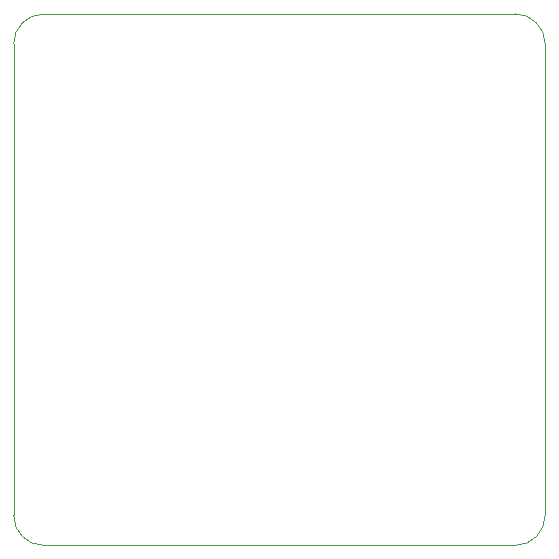
<source format=gbr>
%TF.GenerationSoftware,KiCad,Pcbnew,(6.0.6)*%
%TF.CreationDate,2024-09-09T22:51:05-04:00*%
%TF.ProjectId,ta-expt-v2,74612d65-7870-4742-9d76-322e6b696361,rev?*%
%TF.SameCoordinates,Original*%
%TF.FileFunction,Profile,NP*%
%FSLAX46Y46*%
G04 Gerber Fmt 4.6, Leading zero omitted, Abs format (unit mm)*
G04 Created by KiCad (PCBNEW (6.0.6)) date 2024-09-09 22:51:05*
%MOMM*%
%LPD*%
G01*
G04 APERTURE LIST*
%TA.AperFunction,Profile*%
%ADD10C,0.050000*%
%TD*%
G04 APERTURE END LIST*
D10*
X135040000Y-85500000D02*
X174960000Y-85500000D01*
X135039946Y-85510034D02*
G75*
G03*
X132500001Y-88040000I-13546J-2526366D01*
G01*
X132491569Y-127959983D02*
G75*
G03*
X135040000Y-130500000I2534831J-5217D01*
G01*
X135040000Y-130500000D02*
X174960000Y-130500000D01*
X177491601Y-88039988D02*
G75*
G03*
X174960000Y-85500001I-2536401J3588D01*
G01*
X174960000Y-130500000D02*
G75*
G03*
X177500000Y-127960000I0J2540000D01*
G01*
X132500000Y-88040000D02*
X132500000Y-127960000D01*
X177500000Y-88040000D02*
X177500000Y-127960000D01*
M02*

</source>
